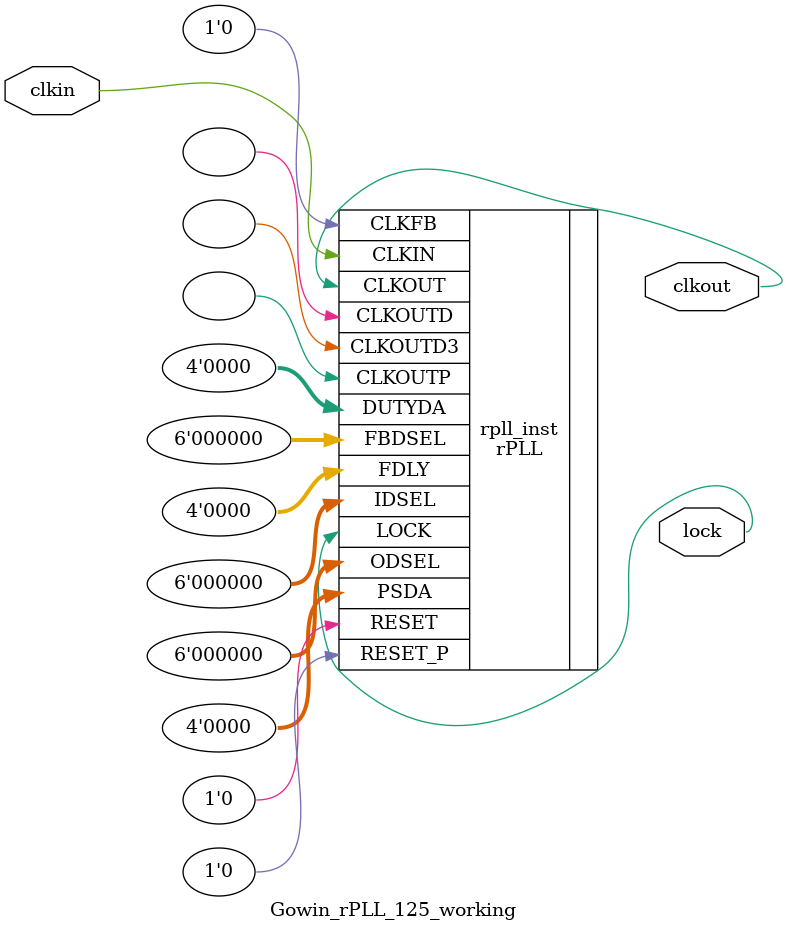
<source format=v>

module Gowin_rPLL_125_working (
    input clkin,
    output clkout,
    output lock
);

// PLL configuration for Tang Nano 9K
// FCLKIN = 27 MHz → 125 MHz output (close to 5x 25.175 MHz)
// Need VCO in range 400-1200 MHz
// Config: 27 * 25 / 6 = 112.5 MHz... trying different approach
// Formula: 27 * (24+1) / (5+1) / 2 = 27 * 25 / 6 / 2 = 56.25 MHz × 2 = 112.5 (no good)
// Try: 27 * (46+1) / (9+1) = 27 * 47 / 10 = 126.9 MHz (close to 126)
// Actually, keep 126 MHz - 0.2% error should be acceptable for HDMI

rPLL #(
    .FCLKIN("27"),
    .DEVICE("GW1NR-9C"),
    .DYN_IDIV_SEL("false"),
    .IDIV_SEL(2),           // Divide by 3 (IDIV_SEL+1)
    .DYN_FBDIV_SEL("false"),
    .FBDIV_SEL(13),         // Multiply by 14 (FBDIV_SEL+1)
    .DYN_ODIV_SEL("false"),
    .ODIV_SEL(4),           // ODIV=5 → VCO = 126*5 = 630 MHz
    .PSDA_SEL("0000"),
    .DYN_DA_EN("false"),
    .DUTYDA_SEL("1000"),
    .CLKOUT_FT_DIR(1'b1),
    .CLKOUTP_FT_DIR(1'b1),
    .CLKOUT_DLY_STEP(0),
    .CLKOUTP_DLY_STEP(0),
    .CLKFB_SEL("internal"),
    .CLKOUT_BYPASS("false"),
    .CLKOUTP_BYPASS("false"),
    .CLKOUTD_BYPASS("false"),
    .DYN_SDIV_SEL(2),
    .CLKOUTD_SRC("CLKOUT"),
    .CLKOUTD3_SRC("CLKOUT")
) rpll_inst (
    .CLKOUT(clkout),
    .LOCK(lock),
    .CLKOUTP(),
    .CLKOUTD(),
    .CLKOUTD3(),
    .RESET(1'b0),
    .RESET_P(1'b0),
    .CLKIN(clkin),
    .CLKFB(1'b0),
    .FBDSEL(6'b0),
    .IDSEL(6'b0),
    .ODSEL(6'b0),
    .PSDA(4'b0),
    .DUTYDA(4'b0),
    .FDLY(4'b0)
);

endmodule

</source>
